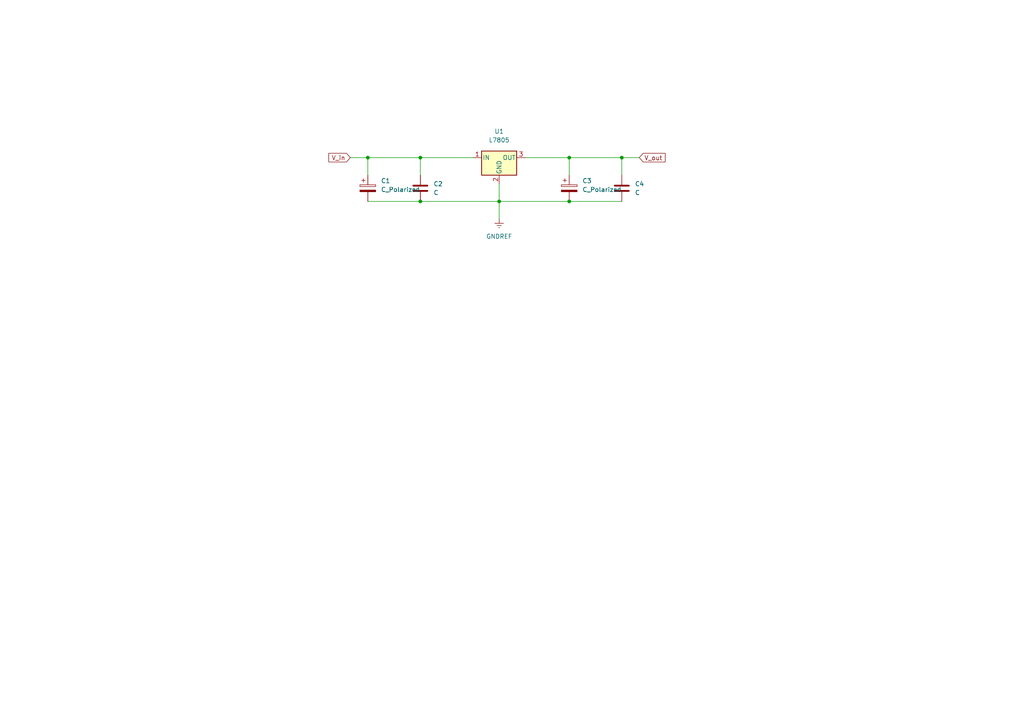
<source format=kicad_sch>
(kicad_sch (version 20211123) (generator eeschema)
  (paper "A4")
  (lib_symbols
    (symbol "Device:C" (pin_numbers hide) (pin_names (offset 0.254))
      (property "Reference" "C" (at 0.635 2.54 0))
      (property "Value" "C" (at 0.635 -2.54 0))
      (symbol "C_0_1"
        (polyline (pts (xy -2.032 -0.762) (xy 2.032 -0.762)) (stroke (width 0.508)))
        (polyline (pts (xy -2.032 0.762) (xy 2.032 0.762)) (stroke (width 0.508)))
      )
      (symbol "C_1_1"
        (pin passive line (at 0 3.81 270) (length 2.794) (name "~") (number "1"))
        (pin passive line (at 0 -3.81 90) (length 2.794) (name "~") (number "2"))
      )
    )
    (symbol "Device:C_Polarized" (pin_numbers hide) (pin_names (offset 0.254))
      (property "Reference" "C" (at 0.635 2.54 0))
      (property "Value" "C_Polarized" (at 0.635 -2.54 0))
      (symbol "C_Polarized_0_1"
        (rectangle (start -2.286 0.508) (end 2.286 1.016))
        (polyline (pts (xy -1.778 2.286) (xy -0.762 2.286)))
        (polyline (pts (xy -1.27 2.794) (xy -1.27 1.778)))
        (rectangle (start 2.286 -0.508) (end -2.286 -1.016) (fill (type outline)))
      )
      (symbol "C_Polarized_1_1"
        (pin passive line (at 0 3.81 270) (length 2.794) (name "~") (number "1"))
        (pin passive line (at 0 -3.81 90) (length 2.794) (name "~") (number "2"))
      )
    )
    (symbol "Regulator_Linear:L7805" (pin_names (offset 0.254))
      (property "Reference" "U" (at -3.81 3.175 0))
      (property "Value" "L7805" (at 0 3.175 0))
      (symbol "L7805_0_1"
        (rectangle (start -5.08 1.905) (end 5.08 -5.08) (stroke (width 0.254)) (fill (type background)))
      )
      (symbol "L7805_1_1"
        (pin power_in line (at -7.62 0 0) (length 2.54) (name "IN") (number "1"))
        (pin power_in line (at 0 -7.62 90) (length 2.54) (name "GND") (number "2"))
        (pin power_out line (at 7.62 0 180) (length 2.54) (name "OUT") (number "3"))
      )
    )
    (symbol "power:GNDREF" (power) (pin_names (offset 0))
      (property "Value" "GNDREF" (at 0 -3.81 0))
      (symbol "GNDREF_0_1"
        (polyline (pts (xy -0.635 -1.905) (xy 0.635 -1.905)))
        (polyline (pts (xy -0.127 -2.54) (xy 0.127 -2.54)))
        (polyline (pts (xy 0 -1.27) (xy 0 0)))
        (polyline (pts (xy 1.27 -1.27) (xy -1.27 -1.27)))
      )
      (symbol "GNDREF_1_1"
        (pin power_in line (at 0 0 270) (length 0) hide (name "GNDREF") (number "1"))
      )
    )
  )
  (junction (at 121.92 45.72))
  (junction (at 165.1 45.72))
  (junction (at 180.34 45.72))
  (junction (at 106.68 45.72))
  (junction (at 144.78 58.42))
  (junction (at 121.92 58.42))
  (junction (at 165.1 58.42))
  (wire (pts (xy 106.68 58.42) (xy 121.92 58.42)))
  (wire (pts (xy 121.92 45.72) (xy 121.92 50.8)))
  (wire (pts (xy 144.78 58.42) (xy 165.1 58.42)))
  (wire (pts (xy 106.68 50.8) (xy 106.68 45.72)))
  (wire (pts (xy 152.4 45.72) (xy 165.1 45.72)))
  (wire (pts (xy 144.78 58.42) (xy 144.78 63.5)))
  (wire (pts (xy 165.1 45.72) (xy 180.34 45.72)))
  (wire (pts (xy 121.92 45.72) (xy 137.16 45.72)))
  (wire (pts (xy 106.68 45.72) (xy 121.92 45.72)))
  (wire (pts (xy 121.92 58.42) (xy 144.78 58.42)))
  (wire (pts (xy 180.34 45.72) (xy 185.42 45.72)))
  (wire (pts (xy 165.1 45.72) (xy 165.1 50.8)))
  (wire (pts (xy 144.78 53.34) (xy 144.78 58.42)))
  (wire (pts (xy 101.6 45.72) (xy 106.68 45.72)))
  (wire (pts (xy 165.1 58.42) (xy 180.34 58.42)))
  (wire (pts (xy 180.34 45.72) (xy 180.34 50.8)))
  (global_label "V_in" (shape input) (at 101.6 45.72 180) (property "Intersheet References" "${INTERSHEET_REFS}" (effects hide)))
  (global_label "V_out" (shape input) (at 185.42 45.72 0) (property "Intersheet References" "${INTERSHEET_REFS}" (effects hide)))
  (symbol (lib_id "Device:C") (at 121.92 54.61 0) (unit 1)
    (property "Reference" "C2" (at 125.73 53.3399 0) (effects (justify left)))
    (property "Value" "C" (at 125.73 55.8799 0) (effects (justify left)))
  )
  (symbol (lib_id "power:GNDREF") (at 144.78 63.5 0) (unit 1)
    (property "Reference" "#PWR01" (effects hide))
    (property "Value" "GNDREF" (at 144.78 68.58 0))
  )
  (symbol (lib_id "Regulator_Linear:L7805") (at 144.78 45.72 0) (unit 1)
    (property "Reference" "U1" (at 144.78 38.1 0))
    (property "Value" "L7805" (at 144.78 40.64 0))
    (property "Datasheet" "http://www.st.com/content/ccc/resource/technical/document/datasheet/41/4f/b3/b0/12/d4/47/88/CD00000444.pdf/files/CD00000444.pdf/jcr:content/translations/en.CD00000444.pdf" (effects hide))
  )
  (symbol (lib_id "Device:C_Polarized") (at 106.68 54.61 0) (unit 1)
    (property "Reference" "C1" (at 110.49 52.4509 0) (effects (justify left)))
    (property "Value" "C_Polarized" (at 110.49 54.9909 0) (effects (justify left)))
  )
  (symbol (lib_id "Device:C") (at 180.34 54.61 0) (unit 1)
    (property "Reference" "C4" (at 184.15 53.3399 0) (effects (justify left)))
    (property "Value" "C" (at 184.15 55.8799 0) (effects (justify left)))
  )
  (symbol (lib_id "Device:C_Polarized") (at 165.1 54.61 0) (unit 1)
    (property "Reference" "C3" (at 168.91 52.4509 0) (effects (justify left)))
    (property "Value" "C_Polarized" (at 168.91 54.9909 0) (effects (justify left)))
  )
)
</source>
